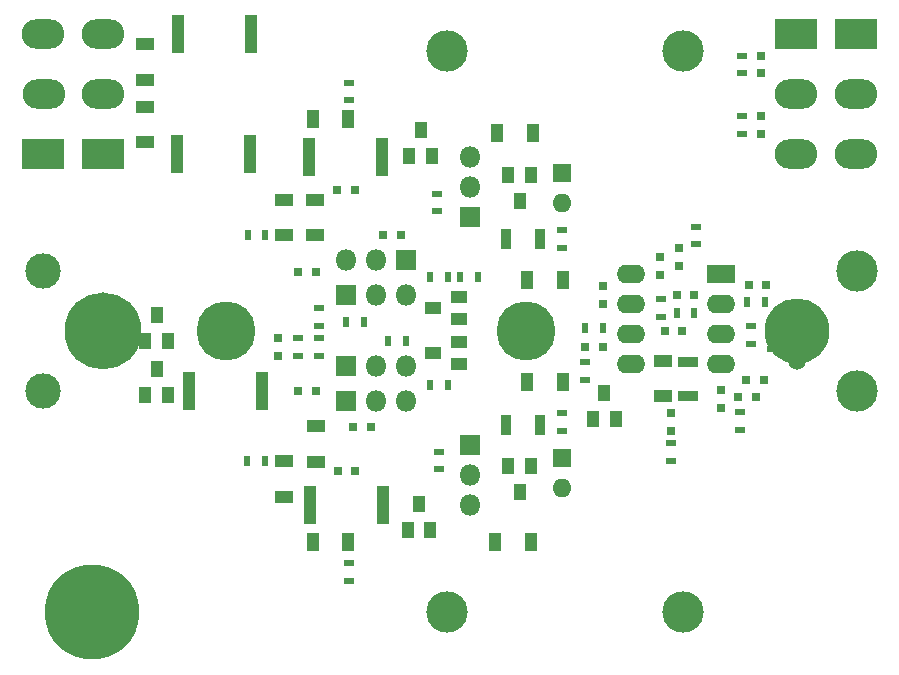
<source format=gts>
G04 #@! TF.FileFunction,Soldermask,Top*
%FSLAX46Y46*%
G04 Gerber Fmt 4.6, Leading zero omitted, Abs format (unit mm)*
G04 Created by KiCad (PCBNEW 4.0.2-stable) date 29/12/2017 06:51:54*
%MOMM*%
G01*
G04 APERTURE LIST*
%ADD10C,0.100000*%
%ADD11R,1.000000X1.400000*%
%ADD12C,5.000000*%
%ADD13C,6.500000*%
%ADD14C,1.500000*%
%ADD15C,3.000000*%
%ADD16R,2.400000X1.600000*%
%ADD17O,2.400000X1.600000*%
%ADD18R,0.900000X0.500000*%
%ADD19R,0.800000X0.750000*%
%ADD20R,0.750000X0.800000*%
%ADD21R,1.600000X1.000000*%
%ADD22C,5.500000*%
%ADD23C,3.500000*%
%ADD24O,3.600000X2.500000*%
%ADD25R,3.600000X2.500000*%
%ADD26R,1.800000X1.800000*%
%ADD27O,1.800000X1.800000*%
%ADD28R,0.500000X0.900000*%
%ADD29C,8.000000*%
%ADD30R,1.000000X1.600000*%
%ADD31R,1.400000X1.000000*%
%ADD32R,1.700000X0.900000*%
%ADD33R,1.000000X3.200000*%
%ADD34R,0.900000X1.700000*%
%ADD35R,1.600000X1.600000*%
%ADD36O,1.600000X1.600000*%
G04 APERTURE END LIST*
D10*
D11*
X152334000Y-79164000D03*
X150434000Y-79164000D03*
X151384000Y-81364000D03*
X119700000Y-93175000D03*
X121600000Y-93175000D03*
X120650000Y-90975000D03*
D12*
X126502000Y-92316000D03*
X151902000Y-92316000D03*
D13*
X116082000Y-92316000D03*
D14*
X116082000Y-89776000D03*
D15*
X111002000Y-87236000D03*
X111002000Y-97396000D03*
D16*
X168465500Y-87503000D03*
D17*
X160845500Y-95123000D03*
X168465500Y-90043000D03*
X160845500Y-92583000D03*
X168465500Y-92583000D03*
X160845500Y-90043000D03*
X168465500Y-95123000D03*
X160845500Y-87503000D03*
D18*
X134366000Y-92976000D03*
X134366000Y-94476000D03*
X170180000Y-75680000D03*
X170180000Y-74180000D03*
D19*
X156920500Y-93726000D03*
X158420500Y-93726000D03*
D20*
X158432500Y-88531000D03*
X158432500Y-90031000D03*
D19*
X172073000Y-96520000D03*
X170573000Y-96520000D03*
D20*
X163258500Y-86118000D03*
X163258500Y-87618000D03*
D19*
X171374500Y-97980500D03*
X169874500Y-97980500D03*
D21*
X134048500Y-84240500D03*
X134048500Y-81240500D03*
X134112000Y-100417500D03*
X134112000Y-103417500D03*
D22*
X174822000Y-92329000D03*
D14*
X174822000Y-94869000D03*
D23*
X179902000Y-97409000D03*
X179902000Y-87249000D03*
D24*
X179895500Y-77406500D03*
X179895500Y-72326500D03*
D25*
X179895500Y-67246500D03*
X174815500Y-67246500D03*
D24*
X174815500Y-72326500D03*
X174815500Y-77406500D03*
X110998000Y-67246000D03*
X111098000Y-72290000D03*
D25*
X110998000Y-77406000D03*
X116078000Y-77406000D03*
D24*
X116078000Y-72326000D03*
X116078000Y-67246000D03*
D26*
X136662000Y-89316000D03*
D27*
X139202000Y-89316000D03*
X141742000Y-89316000D03*
D26*
X136662000Y-95316000D03*
D27*
X139202000Y-95316000D03*
X141742000Y-95316000D03*
D18*
X172783500Y-93841000D03*
X172783500Y-92341000D03*
D28*
X172136500Y-89916000D03*
X170636500Y-89916000D03*
X158420500Y-92138500D03*
X156920500Y-92138500D03*
D29*
X115202000Y-116116000D03*
D23*
X165202000Y-68616000D03*
X145202000Y-68616000D03*
X165202000Y-116116000D03*
D18*
X134366000Y-90436000D03*
X134366000Y-91936000D03*
D23*
X145202000Y-116116000D03*
D11*
X119700000Y-97747000D03*
X121600000Y-97747000D03*
X120650000Y-95547000D03*
D28*
X166167500Y-90805000D03*
X164667500Y-90805000D03*
D26*
X141757400Y-86316000D03*
D27*
X139217400Y-86316000D03*
X136677400Y-86316000D03*
D26*
X136662000Y-98316000D03*
D27*
X139202000Y-98316000D03*
X141742000Y-98316000D03*
D19*
X170763500Y-88455500D03*
X172263500Y-88455500D03*
X164667500Y-89281000D03*
X166167500Y-89281000D03*
X163651500Y-92329000D03*
X165151500Y-92329000D03*
D20*
X171831000Y-74180000D03*
X171831000Y-75680000D03*
D21*
X119697500Y-68096000D03*
X119697500Y-71096000D03*
D20*
X168465500Y-98857500D03*
X168465500Y-97357500D03*
X164846000Y-85356000D03*
X164846000Y-86856000D03*
X171831000Y-70536500D03*
X171831000Y-69036500D03*
D21*
X119697500Y-76366500D03*
X119697500Y-73366500D03*
D30*
X152043000Y-88011000D03*
X155043000Y-88011000D03*
X155043000Y-96647000D03*
X152043000Y-96647000D03*
X149503000Y-75565000D03*
X152503000Y-75565000D03*
X149312500Y-110236000D03*
X152312500Y-110236000D03*
D20*
X164211000Y-100826000D03*
X164211000Y-99326000D03*
D19*
X141339000Y-84201000D03*
X139839000Y-84201000D03*
X137299000Y-100457000D03*
X138799000Y-100457000D03*
D30*
X136882000Y-74422000D03*
X133882000Y-74422000D03*
D21*
X131445000Y-84240500D03*
X131445000Y-81240500D03*
X131445000Y-103402000D03*
X131445000Y-106402000D03*
D30*
X136882000Y-110236000D03*
X133882000Y-110236000D03*
D19*
X135902000Y-80391000D03*
X137402000Y-80391000D03*
X135965500Y-104203500D03*
X137465500Y-104203500D03*
D20*
X130937000Y-92976000D03*
X130937000Y-94476000D03*
D19*
X132600000Y-87376000D03*
X134100000Y-87376000D03*
X132600000Y-97472500D03*
X134100000Y-97472500D03*
D11*
X142052000Y-77554000D03*
X143952000Y-77554000D03*
X143002000Y-75354000D03*
X141925000Y-109177000D03*
X143825000Y-109177000D03*
X142875000Y-106977000D03*
X152334000Y-103802000D03*
X150434000Y-103802000D03*
X151384000Y-106002000D03*
D18*
X166306500Y-83514500D03*
X166306500Y-85014500D03*
X170053000Y-99199000D03*
X170053000Y-100699000D03*
X132588000Y-94476000D03*
X132588000Y-92976000D03*
X136906000Y-71322500D03*
X136906000Y-72822500D03*
X136906000Y-112026000D03*
X136906000Y-113526000D03*
D28*
X128345500Y-84264500D03*
X129845500Y-84264500D03*
X129782000Y-103378000D03*
X128282000Y-103378000D03*
D26*
X147202000Y-82677000D03*
D27*
X147202000Y-80137000D03*
X147202000Y-77597000D03*
D26*
X147193000Y-101981000D03*
D27*
X147193000Y-104521000D03*
X147193000Y-107061000D03*
D31*
X146261000Y-91374000D03*
X146261000Y-89474000D03*
X144061000Y-90424000D03*
X146261000Y-95184000D03*
X146261000Y-93284000D03*
X144061000Y-94234000D03*
D32*
X165671500Y-97843000D03*
X165671500Y-94943000D03*
D18*
X171005500Y-91960000D03*
X171005500Y-93460000D03*
X163385500Y-89674000D03*
X163385500Y-91174000D03*
X156908500Y-95008000D03*
X156908500Y-96508000D03*
D33*
X122439500Y-67246500D03*
X128639500Y-67246500D03*
D34*
X150188000Y-84582000D03*
X153088000Y-84582000D03*
X153088000Y-100330000D03*
X150188000Y-100330000D03*
D18*
X154940000Y-83832000D03*
X154940000Y-85332000D03*
X154940000Y-99326000D03*
X154940000Y-100826000D03*
X170180000Y-69036500D03*
X170180000Y-70536500D03*
D33*
X122376000Y-77343000D03*
X128576000Y-77343000D03*
X139752000Y-77597000D03*
X133552000Y-77597000D03*
X133615500Y-107061000D03*
X139815500Y-107061000D03*
D18*
X164211000Y-101866000D03*
X164211000Y-103366000D03*
X144399000Y-80720500D03*
X144399000Y-82220500D03*
X144589500Y-102564500D03*
X144589500Y-104064500D03*
D28*
X143776000Y-87757000D03*
X145276000Y-87757000D03*
X147816000Y-87757000D03*
X146316000Y-87757000D03*
X143776000Y-96901000D03*
X145276000Y-96901000D03*
X138164000Y-91567000D03*
X136664000Y-91567000D03*
X141720000Y-93218000D03*
X140220000Y-93218000D03*
D33*
X129592000Y-97409000D03*
X123392000Y-97409000D03*
D11*
X157609500Y-99842500D03*
X159509500Y-99842500D03*
X158559500Y-97642500D03*
D21*
X163512500Y-97893000D03*
X163512500Y-94893000D03*
D35*
X154940000Y-78994000D03*
D36*
X154940000Y-81534000D03*
D35*
X154940000Y-103124000D03*
D36*
X154940000Y-105664000D03*
M02*

</source>
